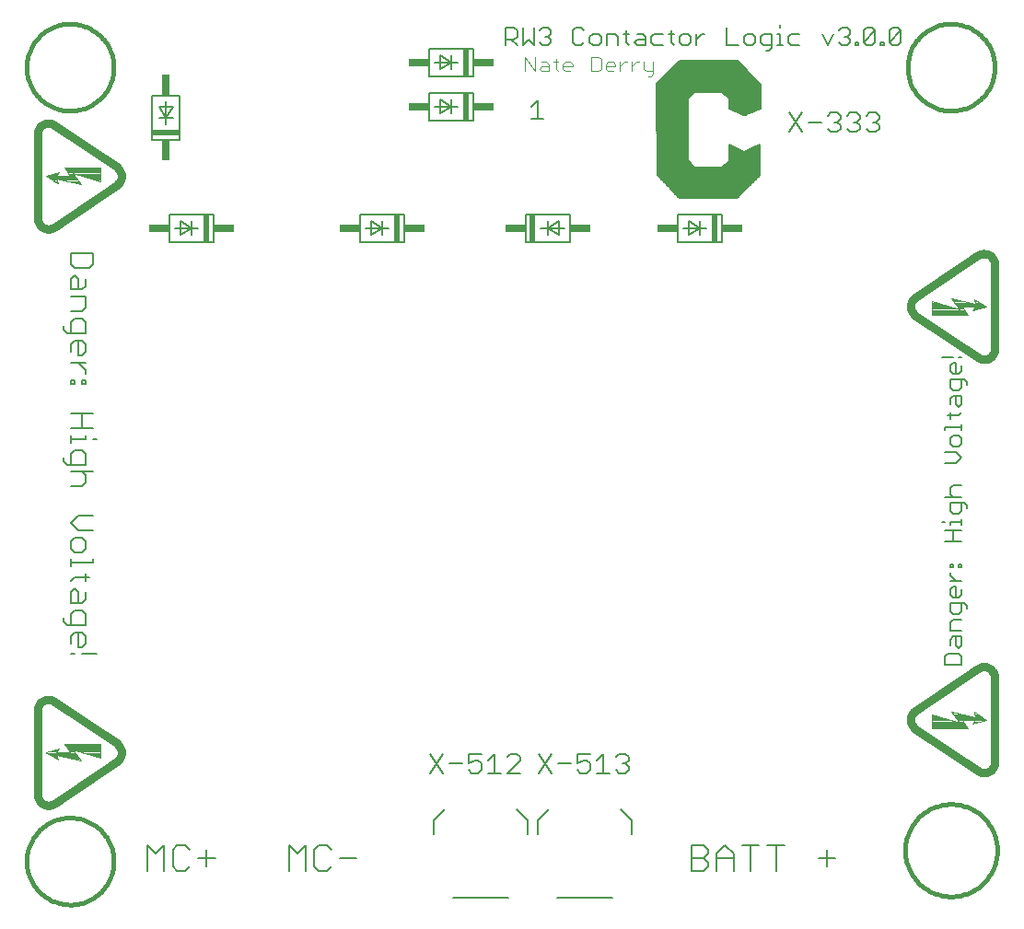
<source format=gto>
G75*
G70*
%OFA0B0*%
%FSLAX24Y24*%
%IPPOS*%
%LPD*%
%AMOC8*
5,1,8,0,0,1.08239X$1,22.5*
%
%ADD10C,0.0080*%
%ADD11C,0.0160*%
%ADD12C,0.0050*%
%ADD13C,0.0060*%
%ADD14C,0.0070*%
%ADD15C,0.0040*%
%ADD16R,0.0200X0.1000*%
%ADD17R,0.0750X0.0300*%
%ADD18R,0.1000X0.0200*%
%ADD19R,0.0300X0.0750*%
%ADD20C,0.0295*%
%ADD21C,0.0039*%
D10*
X004552Y002068D02*
X004552Y002988D01*
X004859Y002682D01*
X005166Y002988D01*
X005166Y002068D01*
X005473Y002221D02*
X005626Y002068D01*
X005933Y002068D01*
X006087Y002221D01*
X006394Y002528D02*
X007007Y002528D01*
X006701Y002835D02*
X006701Y002221D01*
X006087Y002835D02*
X005933Y002988D01*
X005626Y002988D01*
X005473Y002835D01*
X005473Y002221D01*
X009670Y002068D02*
X009670Y002988D01*
X009977Y002682D01*
X010284Y002988D01*
X010284Y002068D01*
X010591Y002221D02*
X010744Y002068D01*
X011051Y002068D01*
X011205Y002221D01*
X011512Y002528D02*
X012126Y002528D01*
X011205Y002835D02*
X011051Y002988D01*
X010744Y002988D01*
X010591Y002835D01*
X010591Y002221D01*
X014914Y003393D02*
X014914Y003893D01*
X015314Y004293D01*
X017914Y004293D02*
X018314Y003893D01*
X018314Y003393D01*
X018682Y003393D02*
X018682Y003893D01*
X019082Y004293D01*
X021682Y004293D02*
X022082Y003893D01*
X022082Y003393D01*
X024237Y002988D02*
X024237Y002068D01*
X024698Y002068D01*
X024851Y002221D01*
X024851Y002375D01*
X024698Y002528D01*
X024237Y002528D01*
X024698Y002528D02*
X024851Y002682D01*
X024851Y002835D01*
X024698Y002988D01*
X024237Y002988D01*
X025158Y002682D02*
X025465Y002988D01*
X025772Y002682D01*
X025772Y002068D01*
X025772Y002528D02*
X025158Y002528D01*
X025158Y002682D02*
X025158Y002068D01*
X026079Y002988D02*
X026692Y002988D01*
X026386Y002988D02*
X026386Y002068D01*
X027306Y002068D02*
X027306Y002988D01*
X026999Y002988D02*
X027613Y002988D01*
X028841Y002528D02*
X029455Y002528D01*
X029148Y002835D02*
X029148Y002221D01*
X021382Y001093D02*
X019382Y001093D01*
X017614Y001093D02*
X015614Y001093D01*
D11*
X000181Y002421D02*
X000183Y002500D01*
X000189Y002579D01*
X000199Y002658D01*
X000213Y002736D01*
X000230Y002813D01*
X000252Y002889D01*
X000277Y002964D01*
X000307Y003037D01*
X000339Y003109D01*
X000376Y003180D01*
X000416Y003248D01*
X000459Y003314D01*
X000505Y003378D01*
X000555Y003440D01*
X000608Y003499D01*
X000663Y003555D01*
X000722Y003609D01*
X000783Y003659D01*
X000846Y003707D01*
X000912Y003751D01*
X000980Y003792D01*
X001050Y003829D01*
X001121Y003863D01*
X001195Y003893D01*
X001269Y003919D01*
X001345Y003941D01*
X001422Y003960D01*
X001500Y003975D01*
X001578Y003986D01*
X001657Y003993D01*
X001736Y003996D01*
X001815Y003995D01*
X001894Y003990D01*
X001973Y003981D01*
X002051Y003968D01*
X002128Y003951D01*
X002205Y003931D01*
X002280Y003906D01*
X002354Y003878D01*
X002427Y003846D01*
X002497Y003811D01*
X002566Y003772D01*
X002633Y003729D01*
X002698Y003683D01*
X002760Y003635D01*
X002820Y003583D01*
X002877Y003528D01*
X002931Y003470D01*
X002982Y003410D01*
X003030Y003347D01*
X003075Y003282D01*
X003117Y003214D01*
X003155Y003145D01*
X003189Y003074D01*
X003220Y003001D01*
X003248Y002926D01*
X003271Y002851D01*
X003291Y002774D01*
X003307Y002697D01*
X003319Y002618D01*
X003327Y002540D01*
X003331Y002461D01*
X003331Y002381D01*
X003327Y002302D01*
X003319Y002224D01*
X003307Y002145D01*
X003291Y002068D01*
X003271Y001991D01*
X003248Y001916D01*
X003220Y001841D01*
X003189Y001768D01*
X003155Y001697D01*
X003117Y001628D01*
X003075Y001560D01*
X003030Y001495D01*
X002982Y001432D01*
X002931Y001372D01*
X002877Y001314D01*
X002820Y001259D01*
X002760Y001207D01*
X002698Y001159D01*
X002633Y001113D01*
X002566Y001070D01*
X002497Y001031D01*
X002427Y000996D01*
X002354Y000964D01*
X002280Y000936D01*
X002205Y000911D01*
X002128Y000891D01*
X002051Y000874D01*
X001973Y000861D01*
X001894Y000852D01*
X001815Y000847D01*
X001736Y000846D01*
X001657Y000849D01*
X001578Y000856D01*
X001500Y000867D01*
X001422Y000882D01*
X001345Y000901D01*
X001269Y000923D01*
X001195Y000949D01*
X001121Y000979D01*
X001050Y001013D01*
X000980Y001050D01*
X000912Y001091D01*
X000846Y001135D01*
X000783Y001183D01*
X000722Y001233D01*
X000663Y001287D01*
X000608Y001343D01*
X000555Y001402D01*
X000505Y001464D01*
X000459Y001528D01*
X000416Y001594D01*
X000376Y001662D01*
X000339Y001733D01*
X000307Y001805D01*
X000277Y001878D01*
X000252Y001953D01*
X000230Y002029D01*
X000213Y002106D01*
X000199Y002184D01*
X000189Y002263D01*
X000183Y002342D01*
X000181Y002421D01*
X000181Y031162D02*
X000183Y031241D01*
X000189Y031320D01*
X000199Y031399D01*
X000213Y031477D01*
X000230Y031554D01*
X000252Y031630D01*
X000277Y031705D01*
X000307Y031778D01*
X000339Y031850D01*
X000376Y031921D01*
X000416Y031989D01*
X000459Y032055D01*
X000505Y032119D01*
X000555Y032181D01*
X000608Y032240D01*
X000663Y032296D01*
X000722Y032350D01*
X000783Y032400D01*
X000846Y032448D01*
X000912Y032492D01*
X000980Y032533D01*
X001050Y032570D01*
X001121Y032604D01*
X001195Y032634D01*
X001269Y032660D01*
X001345Y032682D01*
X001422Y032701D01*
X001500Y032716D01*
X001578Y032727D01*
X001657Y032734D01*
X001736Y032737D01*
X001815Y032736D01*
X001894Y032731D01*
X001973Y032722D01*
X002051Y032709D01*
X002128Y032692D01*
X002205Y032672D01*
X002280Y032647D01*
X002354Y032619D01*
X002427Y032587D01*
X002497Y032552D01*
X002566Y032513D01*
X002633Y032470D01*
X002698Y032424D01*
X002760Y032376D01*
X002820Y032324D01*
X002877Y032269D01*
X002931Y032211D01*
X002982Y032151D01*
X003030Y032088D01*
X003075Y032023D01*
X003117Y031955D01*
X003155Y031886D01*
X003189Y031815D01*
X003220Y031742D01*
X003248Y031667D01*
X003271Y031592D01*
X003291Y031515D01*
X003307Y031438D01*
X003319Y031359D01*
X003327Y031281D01*
X003331Y031202D01*
X003331Y031122D01*
X003327Y031043D01*
X003319Y030965D01*
X003307Y030886D01*
X003291Y030809D01*
X003271Y030732D01*
X003248Y030657D01*
X003220Y030582D01*
X003189Y030509D01*
X003155Y030438D01*
X003117Y030369D01*
X003075Y030301D01*
X003030Y030236D01*
X002982Y030173D01*
X002931Y030113D01*
X002877Y030055D01*
X002820Y030000D01*
X002760Y029948D01*
X002698Y029900D01*
X002633Y029854D01*
X002566Y029811D01*
X002497Y029772D01*
X002427Y029737D01*
X002354Y029705D01*
X002280Y029677D01*
X002205Y029652D01*
X002128Y029632D01*
X002051Y029615D01*
X001973Y029602D01*
X001894Y029593D01*
X001815Y029588D01*
X001736Y029587D01*
X001657Y029590D01*
X001578Y029597D01*
X001500Y029608D01*
X001422Y029623D01*
X001345Y029642D01*
X001269Y029664D01*
X001195Y029690D01*
X001121Y029720D01*
X001050Y029754D01*
X000980Y029791D01*
X000912Y029832D01*
X000846Y029876D01*
X000783Y029924D01*
X000722Y029974D01*
X000663Y030028D01*
X000608Y030084D01*
X000555Y030143D01*
X000505Y030205D01*
X000459Y030269D01*
X000416Y030335D01*
X000376Y030403D01*
X000339Y030474D01*
X000307Y030546D01*
X000277Y030619D01*
X000252Y030694D01*
X000230Y030770D01*
X000213Y030847D01*
X000199Y030925D01*
X000189Y031004D01*
X000183Y031083D01*
X000181Y031162D01*
X032071Y031162D02*
X032073Y031241D01*
X032079Y031320D01*
X032089Y031399D01*
X032103Y031477D01*
X032120Y031554D01*
X032142Y031630D01*
X032167Y031705D01*
X032197Y031778D01*
X032229Y031850D01*
X032266Y031921D01*
X032306Y031989D01*
X032349Y032055D01*
X032395Y032119D01*
X032445Y032181D01*
X032498Y032240D01*
X032553Y032296D01*
X032612Y032350D01*
X032673Y032400D01*
X032736Y032448D01*
X032802Y032492D01*
X032870Y032533D01*
X032940Y032570D01*
X033011Y032604D01*
X033085Y032634D01*
X033159Y032660D01*
X033235Y032682D01*
X033312Y032701D01*
X033390Y032716D01*
X033468Y032727D01*
X033547Y032734D01*
X033626Y032737D01*
X033705Y032736D01*
X033784Y032731D01*
X033863Y032722D01*
X033941Y032709D01*
X034018Y032692D01*
X034095Y032672D01*
X034170Y032647D01*
X034244Y032619D01*
X034317Y032587D01*
X034387Y032552D01*
X034456Y032513D01*
X034523Y032470D01*
X034588Y032424D01*
X034650Y032376D01*
X034710Y032324D01*
X034767Y032269D01*
X034821Y032211D01*
X034872Y032151D01*
X034920Y032088D01*
X034965Y032023D01*
X035007Y031955D01*
X035045Y031886D01*
X035079Y031815D01*
X035110Y031742D01*
X035138Y031667D01*
X035161Y031592D01*
X035181Y031515D01*
X035197Y031438D01*
X035209Y031359D01*
X035217Y031281D01*
X035221Y031202D01*
X035221Y031122D01*
X035217Y031043D01*
X035209Y030965D01*
X035197Y030886D01*
X035181Y030809D01*
X035161Y030732D01*
X035138Y030657D01*
X035110Y030582D01*
X035079Y030509D01*
X035045Y030438D01*
X035007Y030369D01*
X034965Y030301D01*
X034920Y030236D01*
X034872Y030173D01*
X034821Y030113D01*
X034767Y030055D01*
X034710Y030000D01*
X034650Y029948D01*
X034588Y029900D01*
X034523Y029854D01*
X034456Y029811D01*
X034387Y029772D01*
X034317Y029737D01*
X034244Y029705D01*
X034170Y029677D01*
X034095Y029652D01*
X034018Y029632D01*
X033941Y029615D01*
X033863Y029602D01*
X033784Y029593D01*
X033705Y029588D01*
X033626Y029587D01*
X033547Y029590D01*
X033468Y029597D01*
X033390Y029608D01*
X033312Y029623D01*
X033235Y029642D01*
X033159Y029664D01*
X033085Y029690D01*
X033011Y029720D01*
X032940Y029754D01*
X032870Y029791D01*
X032802Y029832D01*
X032736Y029876D01*
X032673Y029924D01*
X032612Y029974D01*
X032553Y030028D01*
X032498Y030084D01*
X032445Y030143D01*
X032395Y030205D01*
X032349Y030269D01*
X032306Y030335D01*
X032266Y030403D01*
X032229Y030474D01*
X032197Y030546D01*
X032167Y030619D01*
X032142Y030694D01*
X032120Y030770D01*
X032103Y030847D01*
X032089Y030925D01*
X032079Y031004D01*
X032073Y031083D01*
X032071Y031162D01*
X031976Y002815D02*
X031978Y002897D01*
X031984Y002979D01*
X031994Y003060D01*
X032008Y003141D01*
X032026Y003221D01*
X032048Y003300D01*
X032074Y003378D01*
X032103Y003454D01*
X032136Y003529D01*
X032173Y003602D01*
X032214Y003674D01*
X032257Y003743D01*
X032305Y003810D01*
X032355Y003874D01*
X032409Y003937D01*
X032465Y003996D01*
X032524Y004052D01*
X032587Y004106D01*
X032651Y004156D01*
X032718Y004204D01*
X032787Y004247D01*
X032859Y004288D01*
X032932Y004325D01*
X033007Y004358D01*
X033083Y004387D01*
X033161Y004413D01*
X033240Y004435D01*
X033320Y004453D01*
X033401Y004467D01*
X033482Y004477D01*
X033564Y004483D01*
X033646Y004485D01*
X033728Y004483D01*
X033810Y004477D01*
X033891Y004467D01*
X033972Y004453D01*
X034052Y004435D01*
X034131Y004413D01*
X034209Y004387D01*
X034285Y004358D01*
X034360Y004325D01*
X034433Y004288D01*
X034505Y004247D01*
X034574Y004204D01*
X034641Y004156D01*
X034705Y004106D01*
X034768Y004052D01*
X034827Y003996D01*
X034883Y003937D01*
X034937Y003874D01*
X034987Y003810D01*
X035035Y003743D01*
X035078Y003674D01*
X035119Y003602D01*
X035156Y003529D01*
X035189Y003454D01*
X035218Y003378D01*
X035244Y003300D01*
X035266Y003221D01*
X035284Y003141D01*
X035298Y003060D01*
X035308Y002979D01*
X035314Y002897D01*
X035316Y002815D01*
X035314Y002733D01*
X035308Y002651D01*
X035298Y002570D01*
X035284Y002489D01*
X035266Y002409D01*
X035244Y002330D01*
X035218Y002252D01*
X035189Y002176D01*
X035156Y002101D01*
X035119Y002028D01*
X035078Y001956D01*
X035035Y001887D01*
X034987Y001820D01*
X034937Y001756D01*
X034883Y001693D01*
X034827Y001634D01*
X034768Y001578D01*
X034705Y001524D01*
X034641Y001474D01*
X034574Y001426D01*
X034505Y001383D01*
X034433Y001342D01*
X034360Y001305D01*
X034285Y001272D01*
X034209Y001243D01*
X034131Y001217D01*
X034052Y001195D01*
X033972Y001177D01*
X033891Y001163D01*
X033810Y001153D01*
X033728Y001147D01*
X033646Y001145D01*
X033564Y001147D01*
X033482Y001153D01*
X033401Y001163D01*
X033320Y001177D01*
X033240Y001195D01*
X033161Y001217D01*
X033083Y001243D01*
X033007Y001272D01*
X032932Y001305D01*
X032859Y001342D01*
X032787Y001383D01*
X032718Y001426D01*
X032651Y001474D01*
X032587Y001524D01*
X032524Y001578D01*
X032465Y001634D01*
X032409Y001693D01*
X032355Y001756D01*
X032305Y001820D01*
X032257Y001887D01*
X032214Y001956D01*
X032173Y002028D01*
X032136Y002101D01*
X032103Y002176D01*
X032074Y002252D01*
X032048Y002330D01*
X032026Y002409D01*
X032008Y002489D01*
X031994Y002570D01*
X031984Y002651D01*
X031978Y002733D01*
X031976Y002815D01*
D12*
X033404Y009533D02*
X033404Y009838D01*
X033506Y009940D01*
X033913Y009940D01*
X034015Y009838D01*
X034015Y009533D01*
X033404Y009533D01*
X033913Y010141D02*
X033811Y010242D01*
X033811Y010548D01*
X033709Y010548D02*
X034015Y010548D01*
X034015Y010242D01*
X033913Y010141D01*
X033608Y010242D02*
X033608Y010446D01*
X033709Y010548D01*
X033608Y010748D02*
X033608Y011054D01*
X033709Y011155D01*
X034015Y011155D01*
X033913Y011356D02*
X033709Y011356D01*
X033608Y011458D01*
X033608Y011763D01*
X034116Y011763D01*
X034218Y011661D01*
X034218Y011560D01*
X034015Y011458D02*
X034015Y011763D01*
X033913Y011964D02*
X033709Y011964D01*
X033608Y012066D01*
X033608Y012269D01*
X033709Y012371D01*
X033811Y012371D01*
X033811Y011964D01*
X033913Y011964D02*
X034015Y012066D01*
X034015Y012269D01*
X034015Y012572D02*
X033608Y012572D01*
X033608Y012775D02*
X033608Y012877D01*
X033608Y012775D02*
X033811Y012572D01*
X033709Y013078D02*
X033608Y013078D01*
X033608Y013180D01*
X033709Y013180D01*
X033709Y013078D01*
X033913Y013078D02*
X033913Y013180D01*
X034015Y013180D01*
X034015Y013078D01*
X033913Y013078D01*
X034015Y013990D02*
X033404Y013990D01*
X033709Y013990D02*
X033709Y014397D01*
X033608Y014597D02*
X033608Y014699D01*
X034015Y014699D01*
X034015Y014597D02*
X034015Y014801D01*
X033913Y015002D02*
X033709Y015002D01*
X033608Y015104D01*
X033608Y015409D01*
X034116Y015409D01*
X034218Y015308D01*
X034218Y015206D01*
X034015Y015104D02*
X034015Y015409D01*
X034015Y015610D02*
X033404Y015610D01*
X033608Y015712D02*
X033608Y015915D01*
X033709Y016017D01*
X034015Y016017D01*
X033608Y015712D02*
X033709Y015610D01*
X034015Y015104D02*
X033913Y015002D01*
X033404Y014699D02*
X033302Y014699D01*
X033404Y014397D02*
X034015Y014397D01*
X033811Y016826D02*
X033404Y016826D01*
X033404Y017233D02*
X033811Y017233D01*
X034015Y017029D01*
X033811Y016826D01*
X033709Y017433D02*
X033913Y017433D01*
X034015Y017535D01*
X034015Y017739D01*
X033913Y017840D01*
X033709Y017840D01*
X033608Y017739D01*
X033608Y017535D01*
X033709Y017433D01*
X033404Y018041D02*
X033404Y018143D01*
X034015Y018143D01*
X034015Y018041D02*
X034015Y018245D01*
X033913Y018548D02*
X033506Y018548D01*
X033608Y018446D02*
X033608Y018650D01*
X033608Y018953D02*
X033608Y019156D01*
X033709Y019258D01*
X034015Y019258D01*
X034015Y018953D01*
X033913Y018851D01*
X033811Y018953D01*
X033811Y019258D01*
X033709Y019459D02*
X033913Y019459D01*
X034015Y019561D01*
X034015Y019866D01*
X034116Y019866D02*
X033608Y019866D01*
X033608Y019561D01*
X033709Y019459D01*
X034116Y019866D02*
X034218Y019764D01*
X034218Y019662D01*
X033913Y020067D02*
X033709Y020067D01*
X033608Y020168D01*
X033608Y020372D01*
X033709Y020474D01*
X033811Y020474D01*
X033811Y020067D01*
X033913Y020067D02*
X034015Y020168D01*
X034015Y020372D01*
X034015Y020674D02*
X033913Y020674D01*
X033709Y020674D02*
X033302Y020674D01*
X034015Y018650D02*
X033913Y018548D01*
X034015Y011458D02*
X033913Y011356D01*
X034015Y010748D02*
X033608Y010748D01*
X025886Y026427D02*
X023806Y026427D01*
X023006Y027277D01*
X022996Y030577D01*
X023816Y031397D01*
X025916Y031397D01*
X026736Y030547D01*
X026736Y029667D01*
X026166Y029417D01*
X025606Y029677D01*
X025606Y030047D01*
X025366Y030277D01*
X024366Y030277D01*
X024126Y030047D01*
X024126Y027787D01*
X024366Y027547D01*
X025366Y027547D01*
X025606Y027777D01*
X025606Y028367D01*
X026166Y028087D01*
X026726Y028367D01*
X026726Y027257D01*
X025886Y026427D01*
X025888Y026429D02*
X023804Y026429D01*
X023759Y026477D02*
X025937Y026477D01*
X025986Y026526D02*
X023713Y026526D01*
X023667Y026575D02*
X026035Y026575D01*
X026084Y026623D02*
X023622Y026623D01*
X023576Y026672D02*
X026134Y026672D01*
X026183Y026720D02*
X023530Y026720D01*
X023485Y026769D02*
X026232Y026769D01*
X026281Y026817D02*
X023439Y026817D01*
X023393Y026866D02*
X026330Y026866D01*
X026379Y026914D02*
X023348Y026914D01*
X023302Y026963D02*
X026428Y026963D01*
X026477Y027011D02*
X023256Y027011D01*
X023210Y027060D02*
X026527Y027060D01*
X026576Y027109D02*
X023165Y027109D01*
X023119Y027157D02*
X026625Y027157D01*
X026674Y027206D02*
X023073Y027206D01*
X023028Y027254D02*
X026723Y027254D01*
X026726Y027303D02*
X023006Y027303D01*
X023006Y027351D02*
X026726Y027351D01*
X026726Y027400D02*
X023006Y027400D01*
X023006Y027448D02*
X026726Y027448D01*
X026726Y027497D02*
X023005Y027497D01*
X023005Y027545D02*
X026726Y027545D01*
X026726Y027594D02*
X025415Y027594D01*
X025466Y027643D02*
X026726Y027643D01*
X026726Y027691D02*
X025516Y027691D01*
X025567Y027740D02*
X026726Y027740D01*
X026726Y027788D02*
X025606Y027788D01*
X025606Y027837D02*
X026726Y027837D01*
X026726Y027885D02*
X025606Y027885D01*
X025606Y027934D02*
X026726Y027934D01*
X026726Y027982D02*
X025606Y027982D01*
X025606Y028031D02*
X026726Y028031D01*
X026726Y028079D02*
X025606Y028079D01*
X025606Y028128D02*
X026084Y028128D01*
X025987Y028176D02*
X025606Y028176D01*
X025606Y028225D02*
X025890Y028225D01*
X025793Y028274D02*
X025606Y028274D01*
X025606Y028322D02*
X025696Y028322D01*
X026248Y028128D02*
X026726Y028128D01*
X026726Y028176D02*
X026345Y028176D01*
X026442Y028225D02*
X026726Y028225D01*
X026726Y028274D02*
X026539Y028274D01*
X026636Y028322D02*
X026726Y028322D01*
X026215Y029439D02*
X026120Y029439D01*
X026015Y029487D02*
X026326Y029487D01*
X026436Y029536D02*
X025911Y029536D01*
X025806Y029584D02*
X026547Y029584D01*
X026658Y029633D02*
X025702Y029633D01*
X025606Y029681D02*
X026736Y029681D01*
X026736Y029730D02*
X025606Y029730D01*
X025606Y029778D02*
X026736Y029778D01*
X026736Y029827D02*
X025606Y029827D01*
X025606Y029876D02*
X026736Y029876D01*
X026736Y029924D02*
X025606Y029924D01*
X025606Y029973D02*
X026736Y029973D01*
X026736Y030021D02*
X025606Y030021D01*
X025583Y030070D02*
X026736Y030070D01*
X026736Y030118D02*
X025532Y030118D01*
X025481Y030167D02*
X026736Y030167D01*
X026736Y030215D02*
X025431Y030215D01*
X025380Y030264D02*
X026736Y030264D01*
X026736Y030312D02*
X022997Y030312D01*
X022997Y030264D02*
X024352Y030264D01*
X024302Y030215D02*
X022997Y030215D01*
X022997Y030167D02*
X024251Y030167D01*
X024200Y030118D02*
X022997Y030118D01*
X022998Y030070D02*
X024150Y030070D01*
X024126Y030021D02*
X022998Y030021D01*
X022998Y029973D02*
X024126Y029973D01*
X024126Y029924D02*
X022998Y029924D01*
X022998Y029876D02*
X024126Y029876D01*
X024126Y029827D02*
X022998Y029827D01*
X022999Y029778D02*
X024126Y029778D01*
X024126Y029730D02*
X022999Y029730D01*
X022999Y029681D02*
X024126Y029681D01*
X024126Y029633D02*
X022999Y029633D01*
X022999Y029584D02*
X024126Y029584D01*
X024126Y029536D02*
X022999Y029536D01*
X022999Y029487D02*
X024126Y029487D01*
X024126Y029439D02*
X023000Y029439D01*
X023000Y029390D02*
X024126Y029390D01*
X024126Y029342D02*
X023000Y029342D01*
X023000Y029293D02*
X024126Y029293D01*
X024126Y029244D02*
X023000Y029244D01*
X023000Y029196D02*
X024126Y029196D01*
X024126Y029147D02*
X023000Y029147D01*
X023001Y029099D02*
X024126Y029099D01*
X024126Y029050D02*
X023001Y029050D01*
X023001Y029002D02*
X024126Y029002D01*
X024126Y028953D02*
X023001Y028953D01*
X023001Y028905D02*
X024126Y028905D01*
X024126Y028856D02*
X023001Y028856D01*
X023001Y028808D02*
X024126Y028808D01*
X024126Y028759D02*
X023002Y028759D01*
X023002Y028710D02*
X024126Y028710D01*
X024126Y028662D02*
X023002Y028662D01*
X023002Y028613D02*
X024126Y028613D01*
X024126Y028565D02*
X023002Y028565D01*
X023002Y028516D02*
X024126Y028516D01*
X024126Y028468D02*
X023002Y028468D01*
X023003Y028419D02*
X024126Y028419D01*
X024126Y028371D02*
X023003Y028371D01*
X023003Y028322D02*
X024126Y028322D01*
X024126Y028274D02*
X023003Y028274D01*
X023003Y028225D02*
X024126Y028225D01*
X024126Y028176D02*
X023003Y028176D01*
X023004Y028128D02*
X024126Y028128D01*
X024126Y028079D02*
X023004Y028079D01*
X023004Y028031D02*
X024126Y028031D01*
X024126Y027982D02*
X023004Y027982D01*
X023004Y027934D02*
X024126Y027934D01*
X024126Y027885D02*
X023004Y027885D01*
X023004Y027837D02*
X024126Y027837D01*
X024126Y027788D02*
X023005Y027788D01*
X023005Y027740D02*
X024174Y027740D01*
X024222Y027691D02*
X023005Y027691D01*
X023005Y027643D02*
X024271Y027643D01*
X024319Y027594D02*
X023005Y027594D01*
X022997Y030361D02*
X026736Y030361D01*
X026736Y030409D02*
X022997Y030409D01*
X022996Y030458D02*
X026736Y030458D01*
X026736Y030507D02*
X022996Y030507D01*
X022996Y030555D02*
X026728Y030555D01*
X026682Y030604D02*
X023023Y030604D01*
X023071Y030652D02*
X026635Y030652D01*
X026588Y030701D02*
X023120Y030701D01*
X023168Y030749D02*
X026541Y030749D01*
X026494Y030798D02*
X023217Y030798D01*
X023265Y030846D02*
X026447Y030846D01*
X026401Y030895D02*
X023314Y030895D01*
X023362Y030943D02*
X026354Y030943D01*
X026307Y030992D02*
X023411Y030992D01*
X023459Y031041D02*
X026260Y031041D01*
X026213Y031089D02*
X023508Y031089D01*
X023557Y031138D02*
X026166Y031138D01*
X026120Y031186D02*
X023605Y031186D01*
X023654Y031235D02*
X026073Y031235D01*
X026026Y031283D02*
X023702Y031283D01*
X023751Y031332D02*
X025979Y031332D01*
X025932Y031380D02*
X023799Y031380D01*
X023911Y031974D02*
X023809Y032076D01*
X023809Y032279D01*
X023911Y032381D01*
X024114Y032381D01*
X024216Y032279D01*
X024216Y032076D01*
X024114Y031974D01*
X023911Y031974D01*
X023607Y031974D02*
X023506Y032076D01*
X023506Y032483D01*
X023607Y032381D02*
X023404Y032381D01*
X023203Y032381D02*
X022898Y032381D01*
X022796Y032279D01*
X022796Y032076D01*
X022898Y031974D01*
X023203Y031974D01*
X022595Y031974D02*
X022290Y031974D01*
X022188Y032076D01*
X022290Y032177D01*
X022595Y032177D01*
X022595Y032279D02*
X022595Y031974D01*
X022595Y032279D02*
X022494Y032381D01*
X022290Y032381D01*
X021987Y032381D02*
X021783Y032381D01*
X021885Y032483D02*
X021885Y032076D01*
X021987Y031974D01*
X021583Y031974D02*
X021583Y032279D01*
X021481Y032381D01*
X021176Y032381D01*
X021176Y031974D01*
X020975Y032076D02*
X020975Y032279D01*
X020873Y032381D01*
X020670Y032381D01*
X020568Y032279D01*
X020568Y032076D01*
X020670Y031974D01*
X020873Y031974D01*
X020975Y032076D01*
X020367Y032076D02*
X020265Y031974D01*
X020062Y031974D01*
X019960Y032076D01*
X019960Y032483D01*
X020062Y032584D01*
X020265Y032584D01*
X020367Y032483D01*
X019152Y032483D02*
X019152Y032381D01*
X019050Y032279D01*
X019152Y032177D01*
X019152Y032076D01*
X019050Y031974D01*
X018846Y031974D01*
X018745Y032076D01*
X018544Y031974D02*
X018544Y032584D01*
X018745Y032483D02*
X018846Y032584D01*
X019050Y032584D01*
X019152Y032483D01*
X019050Y032279D02*
X018948Y032279D01*
X018544Y031974D02*
X018340Y032177D01*
X018137Y031974D01*
X018137Y032584D01*
X017936Y032483D02*
X017936Y032279D01*
X017834Y032177D01*
X017529Y032177D01*
X017529Y031974D02*
X017529Y032584D01*
X017834Y032584D01*
X017936Y032483D01*
X017733Y032177D02*
X017936Y031974D01*
X024417Y031974D02*
X024417Y032381D01*
X024620Y032381D02*
X024417Y032177D01*
X024620Y032381D02*
X024722Y032381D01*
X025531Y032584D02*
X025531Y031974D01*
X025938Y031974D01*
X026139Y032076D02*
X026139Y032279D01*
X026240Y032381D01*
X026444Y032381D01*
X026546Y032279D01*
X026546Y032076D01*
X026444Y031974D01*
X026240Y031974D01*
X026139Y032076D01*
X026746Y032076D02*
X026848Y031974D01*
X027153Y031974D01*
X027153Y031872D02*
X027153Y032381D01*
X026848Y032381D01*
X026746Y032279D01*
X026746Y032076D01*
X026950Y031770D02*
X027051Y031770D01*
X027153Y031872D01*
X027354Y031974D02*
X027557Y031974D01*
X027456Y031974D02*
X027456Y032381D01*
X027354Y032381D01*
X027456Y032584D02*
X027456Y032686D01*
X027861Y032381D02*
X027759Y032279D01*
X027759Y032076D01*
X027861Y031974D01*
X028166Y031974D01*
X028166Y032381D02*
X027861Y032381D01*
X028974Y032381D02*
X029178Y031974D01*
X029381Y032381D01*
X029582Y032483D02*
X029684Y032584D01*
X029887Y032584D01*
X029989Y032483D01*
X029989Y032381D01*
X029887Y032279D01*
X029989Y032177D01*
X029989Y032076D01*
X029887Y031974D01*
X029684Y031974D01*
X029582Y032076D01*
X029786Y032279D02*
X029887Y032279D01*
X030190Y032076D02*
X030292Y032076D01*
X030292Y031974D01*
X030190Y031974D01*
X030190Y032076D01*
X030494Y032076D02*
X030494Y032483D01*
X030596Y032584D01*
X030799Y032584D01*
X030901Y032483D01*
X030494Y032076D01*
X030596Y031974D01*
X030799Y031974D01*
X030901Y032076D01*
X030901Y032483D01*
X031101Y032076D02*
X031203Y032076D01*
X031203Y031974D01*
X031101Y031974D01*
X031101Y032076D01*
X031405Y032076D02*
X031405Y032483D01*
X031507Y032584D01*
X031711Y032584D01*
X031812Y032483D01*
X031405Y032076D01*
X031507Y031974D01*
X031711Y031974D01*
X031812Y032076D01*
X031812Y032483D01*
D13*
X030920Y029530D02*
X031037Y029413D01*
X031037Y029296D01*
X030920Y029180D01*
X031037Y029063D01*
X031037Y028946D01*
X030920Y028829D01*
X030686Y028829D01*
X030570Y028946D01*
X030337Y028946D02*
X030220Y028829D01*
X029986Y028829D01*
X029870Y028946D01*
X029637Y028946D02*
X029520Y028829D01*
X029287Y028829D01*
X029170Y028946D01*
X028937Y029180D02*
X028470Y029180D01*
X028238Y029530D02*
X027770Y028829D01*
X028238Y028829D02*
X027770Y029530D01*
X029170Y029413D02*
X029287Y029530D01*
X029520Y029530D01*
X029637Y029413D01*
X029637Y029296D01*
X029520Y029180D01*
X029637Y029063D01*
X029637Y028946D01*
X029520Y029180D02*
X029404Y029180D01*
X029870Y029413D02*
X029986Y029530D01*
X030220Y029530D01*
X030337Y029413D01*
X030337Y029296D01*
X030220Y029180D01*
X030337Y029063D01*
X030337Y028946D01*
X030220Y029180D02*
X030103Y029180D01*
X030570Y029413D02*
X030686Y029530D01*
X030920Y029530D01*
X030920Y029180D02*
X030803Y029180D01*
X025344Y025847D02*
X025344Y024847D01*
X023744Y024847D01*
X023744Y025847D01*
X025344Y025847D01*
X024794Y025347D02*
X024544Y025347D01*
X024544Y025597D01*
X024544Y025347D02*
X024144Y025097D01*
X024144Y025597D01*
X024544Y025347D01*
X024544Y025097D01*
X024544Y025347D02*
X023944Y025347D01*
X019844Y024847D02*
X019844Y025847D01*
X018244Y025847D01*
X018244Y024847D01*
X019844Y024847D01*
X019444Y025097D02*
X019044Y025347D01*
X019044Y025097D01*
X019044Y025347D02*
X019044Y025597D01*
X019044Y025347D02*
X018794Y025347D01*
X019044Y025347D02*
X019444Y025597D01*
X019444Y025097D01*
X019644Y025347D02*
X019044Y025347D01*
X018892Y029310D02*
X018465Y029310D01*
X018678Y029310D02*
X018678Y029951D01*
X018465Y029737D01*
X016344Y029240D02*
X016344Y030240D01*
X014744Y030240D01*
X014744Y029240D01*
X016344Y029240D01*
X015794Y029740D02*
X015544Y029740D01*
X015544Y029990D01*
X015544Y029740D02*
X015544Y029490D01*
X015544Y029740D02*
X015144Y029490D01*
X015144Y029990D01*
X015544Y029740D01*
X014944Y029740D01*
X014744Y030847D02*
X016344Y030847D01*
X016344Y031847D01*
X014744Y031847D01*
X014744Y030847D01*
X015144Y031097D02*
X015544Y031347D01*
X015544Y031597D01*
X015544Y031347D02*
X015544Y031097D01*
X015544Y031347D02*
X015144Y031597D01*
X015144Y031097D01*
X014944Y031347D02*
X015544Y031347D01*
X015794Y031347D01*
X013844Y025847D02*
X012244Y025847D01*
X012244Y024847D01*
X013844Y024847D01*
X013844Y025847D01*
X013294Y025347D02*
X013044Y025347D01*
X013044Y025597D01*
X013044Y025347D02*
X012644Y025097D01*
X012644Y025597D01*
X013044Y025347D01*
X013044Y025097D01*
X013044Y025347D02*
X012444Y025347D01*
X006950Y024847D02*
X006950Y025847D01*
X005350Y025847D01*
X005350Y024847D01*
X006950Y024847D01*
X006400Y025347D02*
X006150Y025347D01*
X006150Y025597D01*
X006150Y025347D02*
X005750Y025097D01*
X005750Y025597D01*
X006150Y025347D01*
X006150Y025097D01*
X006150Y025347D02*
X005550Y025347D01*
X005725Y028547D02*
X004725Y028547D01*
X004725Y030147D01*
X005725Y030147D01*
X005725Y028547D01*
X005225Y029097D02*
X005225Y029347D01*
X005475Y029347D01*
X005225Y029347D02*
X005225Y029947D01*
X005475Y029747D02*
X005225Y029347D01*
X004975Y029347D01*
X005225Y029347D02*
X004975Y029747D01*
X005475Y029747D01*
X014778Y006302D02*
X015245Y005601D01*
X015478Y005951D02*
X015945Y005951D01*
X016178Y005951D02*
X016178Y006302D01*
X016645Y006302D01*
X016528Y006068D02*
X016645Y005951D01*
X016645Y005718D01*
X016528Y005601D01*
X016295Y005601D01*
X016178Y005718D01*
X016178Y005951D02*
X016411Y006068D01*
X016528Y006068D01*
X016878Y006068D02*
X017111Y006302D01*
X017111Y005601D01*
X016878Y005601D02*
X017345Y005601D01*
X017577Y005601D02*
X018044Y006068D01*
X018044Y006185D01*
X017928Y006302D01*
X017694Y006302D01*
X017577Y006185D01*
X017577Y005601D02*
X018044Y005601D01*
X018715Y005601D02*
X019182Y006302D01*
X019415Y005951D02*
X019882Y005951D01*
X020115Y005951D02*
X020115Y006302D01*
X020582Y006302D01*
X020465Y006068D02*
X020582Y005951D01*
X020582Y005718D01*
X020465Y005601D01*
X020232Y005601D01*
X020115Y005718D01*
X020115Y005951D02*
X020348Y006068D01*
X020465Y006068D01*
X020815Y006068D02*
X021048Y006302D01*
X021048Y005601D01*
X020815Y005601D02*
X021282Y005601D01*
X021514Y005718D02*
X021631Y005601D01*
X021865Y005601D01*
X021981Y005718D01*
X021981Y005835D01*
X021865Y005951D01*
X021748Y005951D01*
X021865Y005951D02*
X021981Y006068D01*
X021981Y006185D01*
X021865Y006302D01*
X021631Y006302D01*
X021514Y006185D01*
X019182Y005601D02*
X018715Y006302D01*
X015245Y006302D02*
X014778Y005601D01*
D14*
X002714Y009916D02*
X002187Y009916D01*
X001923Y009916D02*
X001791Y009916D01*
X002055Y010181D02*
X002055Y010708D01*
X001923Y010708D02*
X002187Y010708D01*
X002318Y010576D01*
X002318Y010313D01*
X002187Y010181D01*
X002055Y010181D01*
X001791Y010313D02*
X001791Y010576D01*
X001923Y010708D01*
X001791Y010973D02*
X001791Y011368D01*
X001923Y011500D01*
X002187Y011500D01*
X002318Y011368D01*
X002318Y010973D01*
X001659Y010973D01*
X001528Y011105D01*
X001528Y011237D01*
X001791Y011765D02*
X001791Y012160D01*
X001923Y012292D01*
X002055Y012160D01*
X002055Y011765D01*
X002187Y011765D02*
X001791Y011765D01*
X002187Y011765D02*
X002318Y011897D01*
X002318Y012160D01*
X002318Y012556D02*
X002318Y012820D01*
X002450Y012688D02*
X001923Y012688D01*
X001791Y012556D01*
X001791Y013084D02*
X001791Y013348D01*
X001791Y013216D02*
X002582Y013216D01*
X002582Y013348D01*
X002187Y013613D02*
X002318Y013744D01*
X002318Y014008D01*
X002187Y014140D01*
X001923Y014140D01*
X001791Y014008D01*
X001791Y013744D01*
X001923Y013613D01*
X002187Y013613D01*
X002055Y014404D02*
X002582Y014404D01*
X002055Y014404D02*
X001791Y014668D01*
X002055Y014931D01*
X002582Y014931D01*
X002187Y015988D02*
X001791Y015988D01*
X002187Y015988D02*
X002318Y016120D01*
X002318Y016383D01*
X002187Y016515D01*
X002318Y016780D02*
X002318Y017175D01*
X002187Y017307D01*
X001923Y017307D01*
X001791Y017175D01*
X001791Y016780D01*
X001659Y016780D02*
X001528Y016912D01*
X001528Y017043D01*
X001659Y016780D02*
X002318Y016780D01*
X002582Y016515D02*
X001791Y016515D01*
X001791Y017571D02*
X001791Y017835D01*
X001791Y017703D02*
X002318Y017703D01*
X002318Y017835D01*
X002582Y017703D02*
X002714Y017703D01*
X002582Y018100D02*
X001791Y018100D01*
X002187Y018100D02*
X002187Y018627D01*
X002582Y018627D02*
X001791Y018627D01*
X001791Y019683D02*
X001791Y019815D01*
X001923Y019815D01*
X001923Y019683D01*
X001791Y019683D01*
X002187Y019683D02*
X002187Y019815D01*
X002318Y019815D01*
X002318Y019683D01*
X002187Y019683D01*
X002318Y020079D02*
X002318Y020211D01*
X002055Y020474D01*
X002318Y020474D02*
X001791Y020474D01*
X002055Y020739D02*
X002055Y021266D01*
X001923Y021266D02*
X002187Y021266D01*
X002318Y021134D01*
X002318Y020871D01*
X002187Y020739D01*
X002055Y020739D01*
X001791Y020871D02*
X001791Y021134D01*
X001923Y021266D01*
X001791Y021531D02*
X001791Y021926D01*
X001923Y022058D01*
X002187Y022058D01*
X002318Y021926D01*
X002318Y021531D01*
X001659Y021531D01*
X001528Y021663D01*
X001528Y021795D01*
X001791Y022323D02*
X002187Y022323D01*
X002318Y022455D01*
X002318Y022850D01*
X001791Y022850D01*
X001791Y023115D02*
X001791Y023510D01*
X001923Y023642D01*
X002055Y023510D01*
X002055Y023115D01*
X002187Y023115D02*
X001791Y023115D01*
X002187Y023115D02*
X002318Y023246D01*
X002318Y023510D01*
X002450Y023907D02*
X001923Y023907D01*
X001791Y024038D01*
X001791Y024434D01*
X002582Y024434D01*
X002582Y024038D01*
X002450Y023907D01*
D15*
X018223Y031015D02*
X018223Y031536D01*
X018570Y031015D01*
X018570Y031536D01*
X018826Y031362D02*
X018999Y031362D01*
X019086Y031275D01*
X019086Y031015D01*
X018826Y031015D01*
X018739Y031102D01*
X018826Y031189D01*
X019086Y031189D01*
X019255Y031362D02*
X019428Y031362D01*
X019341Y031449D02*
X019341Y031102D01*
X019428Y031015D01*
X019598Y031102D02*
X019598Y031275D01*
X019685Y031362D01*
X019859Y031362D01*
X019945Y031275D01*
X019945Y031189D01*
X019598Y031189D01*
X019598Y031102D02*
X019685Y031015D01*
X019859Y031015D01*
X020630Y031015D02*
X020890Y031015D01*
X020977Y031102D01*
X020977Y031449D01*
X020890Y031536D01*
X020630Y031536D01*
X020630Y031015D01*
X021145Y031102D02*
X021145Y031275D01*
X021232Y031362D01*
X021406Y031362D01*
X021492Y031275D01*
X021492Y031189D01*
X021145Y031189D01*
X021145Y031102D02*
X021232Y031015D01*
X021406Y031015D01*
X021661Y031015D02*
X021661Y031362D01*
X021661Y031189D02*
X021834Y031362D01*
X021921Y031362D01*
X022091Y031362D02*
X022091Y031015D01*
X022091Y031189D02*
X022264Y031362D01*
X022351Y031362D01*
X022520Y031362D02*
X022520Y031102D01*
X022607Y031015D01*
X022867Y031015D01*
X022867Y030929D02*
X022781Y030842D01*
X022694Y030842D01*
X022867Y030929D02*
X022867Y031362D01*
D16*
X025094Y025347D03*
X018494Y025347D03*
X013594Y025347D03*
X016094Y029740D03*
X016094Y031347D03*
X006700Y025347D03*
D17*
X007325Y025347D03*
X004975Y025347D03*
X011869Y025347D03*
X014219Y025347D03*
X017869Y025347D03*
X020219Y025347D03*
X023369Y025347D03*
X025719Y025347D03*
X016719Y029740D03*
X016719Y031347D03*
X014369Y031347D03*
X014369Y029740D03*
D18*
X005225Y028797D03*
D19*
X005225Y028172D03*
X005225Y030522D03*
D20*
X003440Y027551D02*
X001189Y029073D01*
X001190Y029073D02*
X001157Y029093D01*
X001122Y029110D01*
X001085Y029123D01*
X001048Y029133D01*
X001009Y029139D01*
X000971Y029141D01*
X000932Y029139D01*
X000894Y029134D01*
X000856Y029124D01*
X000819Y029111D01*
X000784Y029095D01*
X000751Y029075D01*
X000720Y029052D01*
X000691Y029026D01*
X000665Y028998D01*
X000642Y028966D01*
X000622Y028933D01*
X000605Y028898D01*
X000592Y028862D01*
X000583Y028824D01*
X000577Y028786D01*
X000575Y028747D01*
X000575Y025702D01*
X000577Y025663D01*
X000583Y025625D01*
X000592Y025587D01*
X000605Y025551D01*
X000622Y025516D01*
X000642Y025483D01*
X000665Y025451D01*
X000691Y025423D01*
X000720Y025397D01*
X000751Y025374D01*
X000784Y025354D01*
X000819Y025338D01*
X000856Y025325D01*
X000894Y025315D01*
X000932Y025310D01*
X000971Y025308D01*
X001009Y025310D01*
X001048Y025316D01*
X001085Y025326D01*
X001122Y025339D01*
X001157Y025356D01*
X001190Y025376D01*
X001189Y025376D02*
X003440Y026898D01*
X003440Y026899D02*
X003471Y026922D01*
X003499Y026948D01*
X003525Y026976D01*
X003547Y027007D01*
X003567Y027040D01*
X003583Y027075D01*
X003596Y027111D01*
X003606Y027149D01*
X003611Y027187D01*
X003613Y027225D01*
X003611Y027263D01*
X003606Y027301D01*
X003596Y027339D01*
X003583Y027375D01*
X003567Y027410D01*
X003547Y027443D01*
X003525Y027474D01*
X003499Y027502D01*
X003471Y027528D01*
X003440Y027551D01*
X001189Y008207D02*
X003440Y006685D01*
X003440Y006684D02*
X003471Y006661D01*
X003499Y006635D01*
X003525Y006607D01*
X003547Y006576D01*
X003567Y006543D01*
X003583Y006508D01*
X003596Y006472D01*
X003606Y006434D01*
X003611Y006396D01*
X003613Y006358D01*
X003611Y006320D01*
X003606Y006282D01*
X003596Y006244D01*
X003583Y006208D01*
X003567Y006173D01*
X003547Y006140D01*
X003525Y006109D01*
X003499Y006081D01*
X003471Y006055D01*
X003440Y006032D01*
X001189Y004510D01*
X001190Y004510D02*
X001157Y004490D01*
X001122Y004473D01*
X001085Y004460D01*
X001048Y004450D01*
X001009Y004444D01*
X000971Y004442D01*
X000932Y004444D01*
X000894Y004449D01*
X000856Y004459D01*
X000819Y004472D01*
X000784Y004488D01*
X000751Y004508D01*
X000720Y004531D01*
X000691Y004557D01*
X000665Y004585D01*
X000642Y004617D01*
X000622Y004650D01*
X000605Y004685D01*
X000592Y004721D01*
X000583Y004759D01*
X000577Y004797D01*
X000575Y004836D01*
X000575Y007881D01*
X000577Y007920D01*
X000583Y007958D01*
X000592Y007996D01*
X000605Y008032D01*
X000622Y008067D01*
X000642Y008100D01*
X000665Y008132D01*
X000691Y008160D01*
X000720Y008186D01*
X000751Y008209D01*
X000784Y008229D01*
X000819Y008245D01*
X000856Y008258D01*
X000894Y008268D01*
X000932Y008273D01*
X000971Y008275D01*
X001009Y008273D01*
X001048Y008267D01*
X001085Y008257D01*
X001122Y008244D01*
X001157Y008227D01*
X001190Y008207D01*
X032356Y007866D02*
X034606Y009388D01*
X034639Y009408D01*
X034674Y009425D01*
X034711Y009438D01*
X034748Y009448D01*
X034787Y009454D01*
X034825Y009456D01*
X034864Y009454D01*
X034902Y009449D01*
X034940Y009439D01*
X034977Y009426D01*
X035012Y009410D01*
X035045Y009390D01*
X035076Y009367D01*
X035105Y009341D01*
X035131Y009313D01*
X035154Y009281D01*
X035174Y009248D01*
X035191Y009213D01*
X035204Y009177D01*
X035213Y009139D01*
X035219Y009101D01*
X035221Y009062D01*
X035221Y006017D01*
X035219Y005978D01*
X035213Y005940D01*
X035204Y005902D01*
X035191Y005866D01*
X035174Y005831D01*
X035154Y005798D01*
X035131Y005766D01*
X035105Y005738D01*
X035076Y005712D01*
X035045Y005689D01*
X035012Y005669D01*
X034977Y005653D01*
X034940Y005640D01*
X034902Y005630D01*
X034864Y005625D01*
X034825Y005623D01*
X034787Y005625D01*
X034748Y005631D01*
X034711Y005641D01*
X034674Y005654D01*
X034639Y005671D01*
X034606Y005691D01*
X032356Y007213D01*
X032356Y007214D02*
X032325Y007237D01*
X032297Y007263D01*
X032271Y007291D01*
X032249Y007322D01*
X032229Y007355D01*
X032213Y007390D01*
X032200Y007426D01*
X032190Y007464D01*
X032185Y007502D01*
X032183Y007540D01*
X032185Y007578D01*
X032190Y007616D01*
X032200Y007654D01*
X032213Y007690D01*
X032229Y007725D01*
X032249Y007758D01*
X032271Y007789D01*
X032297Y007817D01*
X032325Y007843D01*
X032356Y007866D01*
X034606Y020652D02*
X032356Y022174D01*
X032325Y022197D01*
X032297Y022223D01*
X032271Y022251D01*
X032249Y022282D01*
X032229Y022315D01*
X032213Y022350D01*
X032200Y022386D01*
X032190Y022424D01*
X032185Y022462D01*
X032183Y022500D01*
X032185Y022538D01*
X032190Y022576D01*
X032200Y022614D01*
X032213Y022650D01*
X032229Y022685D01*
X032249Y022718D01*
X032271Y022749D01*
X032297Y022777D01*
X032325Y022803D01*
X032356Y022826D01*
X034606Y024348D01*
X034639Y024368D01*
X034674Y024385D01*
X034711Y024398D01*
X034748Y024408D01*
X034787Y024414D01*
X034825Y024416D01*
X034864Y024414D01*
X034902Y024409D01*
X034940Y024399D01*
X034977Y024386D01*
X035012Y024370D01*
X035045Y024350D01*
X035076Y024327D01*
X035105Y024301D01*
X035131Y024273D01*
X035154Y024241D01*
X035174Y024208D01*
X035191Y024173D01*
X035204Y024137D01*
X035213Y024099D01*
X035219Y024061D01*
X035221Y024022D01*
X035221Y020978D01*
X035219Y020939D01*
X035213Y020901D01*
X035204Y020863D01*
X035191Y020827D01*
X035174Y020792D01*
X035154Y020759D01*
X035131Y020727D01*
X035105Y020699D01*
X035076Y020673D01*
X035045Y020650D01*
X035012Y020630D01*
X034977Y020614D01*
X034940Y020601D01*
X034902Y020591D01*
X034864Y020586D01*
X034825Y020584D01*
X034787Y020586D01*
X034748Y020592D01*
X034711Y020602D01*
X034674Y020615D01*
X034639Y020632D01*
X034606Y020652D01*
D21*
X034237Y022205D02*
X032957Y022205D01*
X032957Y022697D01*
X033941Y022402D01*
X033646Y022795D01*
X034532Y022599D01*
X034473Y022776D01*
X034926Y022500D01*
X034433Y022362D01*
X034532Y022500D01*
X034040Y022500D01*
X034237Y022205D01*
X034220Y022230D02*
X032957Y022230D01*
X032957Y022268D02*
X034195Y022268D01*
X034169Y022306D02*
X032957Y022306D01*
X032957Y022344D02*
X034144Y022344D01*
X034119Y022381D02*
X032957Y022381D01*
X032957Y022419D02*
X033883Y022419D01*
X033900Y022457D02*
X034068Y022457D01*
X034094Y022419D02*
X033928Y022419D01*
X033871Y022495D02*
X034043Y022495D01*
X033843Y022533D02*
X034871Y022533D01*
X034908Y022495D02*
X034528Y022495D01*
X034501Y022457D02*
X034772Y022457D01*
X034809Y022571D02*
X033814Y022571D01*
X033786Y022609D02*
X034485Y022609D01*
X034528Y022609D02*
X034747Y022609D01*
X034685Y022647D02*
X034516Y022647D01*
X034503Y022685D02*
X034622Y022685D01*
X034560Y022723D02*
X034490Y022723D01*
X034498Y022761D02*
X034478Y022761D01*
X034315Y022647D02*
X033757Y022647D01*
X033729Y022685D02*
X034144Y022685D01*
X033974Y022723D02*
X033701Y022723D01*
X033672Y022761D02*
X033803Y022761D01*
X033756Y022457D02*
X032957Y022457D01*
X032957Y022495D02*
X033630Y022495D01*
X033503Y022533D02*
X032957Y022533D01*
X032957Y022571D02*
X033377Y022571D01*
X033251Y022609D02*
X032957Y022609D01*
X032957Y022647D02*
X033124Y022647D01*
X032998Y022685D02*
X032957Y022685D01*
X034447Y022381D02*
X034501Y022381D01*
X034474Y022419D02*
X034637Y022419D01*
X034473Y007815D02*
X034926Y007540D01*
X034433Y007402D01*
X034532Y007540D01*
X034040Y007540D01*
X034237Y007244D01*
X032957Y007244D01*
X032957Y007736D01*
X033941Y007441D01*
X033646Y007835D01*
X034532Y007638D01*
X034473Y007815D01*
X034483Y007785D02*
X034523Y007785D01*
X034496Y007747D02*
X034585Y007747D01*
X034647Y007709D02*
X034508Y007709D01*
X034521Y007671D02*
X034709Y007671D01*
X034772Y007633D02*
X033797Y007633D01*
X033769Y007671D02*
X034383Y007671D01*
X034212Y007709D02*
X033740Y007709D01*
X033712Y007747D02*
X034042Y007747D01*
X033871Y007785D02*
X033684Y007785D01*
X033701Y007823D02*
X033655Y007823D01*
X033554Y007557D02*
X032957Y007557D01*
X032957Y007519D02*
X033680Y007519D01*
X033807Y007481D02*
X032957Y007481D01*
X032957Y007444D02*
X033933Y007444D01*
X033939Y007444D02*
X034104Y007444D01*
X034078Y007481D02*
X033911Y007481D01*
X033883Y007519D02*
X034053Y007519D01*
X034129Y007406D02*
X032957Y007406D01*
X032957Y007368D02*
X034154Y007368D01*
X034179Y007330D02*
X032957Y007330D01*
X032957Y007292D02*
X034205Y007292D01*
X034230Y007254D02*
X032957Y007254D01*
X032957Y007595D02*
X033428Y007595D01*
X033301Y007633D02*
X032957Y007633D01*
X032957Y007671D02*
X033175Y007671D01*
X033048Y007709D02*
X032957Y007709D01*
X033826Y007595D02*
X034834Y007595D01*
X034896Y007557D02*
X033854Y007557D01*
X034436Y007406D02*
X034447Y007406D01*
X034463Y007444D02*
X034583Y007444D01*
X034517Y007519D02*
X034854Y007519D01*
X034718Y007481D02*
X034490Y007481D01*
X002839Y006654D02*
X002839Y006162D01*
X001855Y006457D01*
X002150Y006063D01*
X001264Y006260D01*
X001323Y006083D01*
X000870Y006358D01*
X001363Y006496D01*
X001264Y006358D01*
X001756Y006358D01*
X001559Y006654D01*
X002839Y006654D01*
X002839Y006647D02*
X001564Y006647D01*
X001589Y006609D02*
X002839Y006609D01*
X002839Y006572D02*
X001614Y006572D01*
X001639Y006534D02*
X002839Y006534D01*
X002839Y006496D02*
X001665Y006496D01*
X001690Y006458D02*
X002839Y006458D01*
X002839Y006420D02*
X001978Y006420D01*
X001911Y006382D02*
X001741Y006382D01*
X001715Y006420D02*
X001882Y006420D01*
X001939Y006344D02*
X000894Y006344D01*
X000954Y006382D02*
X001281Y006382D01*
X001308Y006420D02*
X001090Y006420D01*
X001225Y006458D02*
X001335Y006458D01*
X001361Y006496D02*
X001362Y006496D01*
X001398Y006230D02*
X002025Y006230D01*
X002053Y006192D02*
X001568Y006192D01*
X001739Y006154D02*
X002081Y006154D01*
X002110Y006117D02*
X001910Y006117D01*
X001996Y006268D02*
X001019Y006268D01*
X001081Y006230D02*
X001274Y006230D01*
X001287Y006192D02*
X001143Y006192D01*
X001205Y006154D02*
X001299Y006154D01*
X001312Y006117D02*
X001268Y006117D01*
X000956Y006306D02*
X001968Y006306D01*
X002104Y006382D02*
X002839Y006382D01*
X002839Y006344D02*
X002231Y006344D01*
X002357Y006306D02*
X002839Y006306D01*
X002839Y006268D02*
X002483Y006268D01*
X002610Y006230D02*
X002839Y006230D01*
X002839Y006192D02*
X002736Y006192D01*
X002138Y006079D02*
X002080Y006079D01*
X002150Y026929D02*
X001264Y027126D01*
X001323Y026949D01*
X000870Y027225D01*
X001363Y027362D01*
X001264Y027225D01*
X001756Y027225D01*
X001559Y027520D01*
X002839Y027520D01*
X002839Y027028D01*
X001855Y027323D01*
X002150Y026929D01*
X002149Y026931D02*
X002142Y026931D01*
X002120Y026969D02*
X001972Y026969D01*
X002063Y027045D02*
X001630Y027045D01*
X001460Y027083D02*
X002035Y027083D01*
X002006Y027121D02*
X001289Y027121D01*
X001266Y027121D02*
X001041Y027121D01*
X000979Y027159D02*
X001978Y027159D01*
X001950Y027196D02*
X000917Y027196D01*
X000905Y027234D02*
X001271Y027234D01*
X001298Y027272D02*
X001041Y027272D01*
X001176Y027310D02*
X001325Y027310D01*
X001311Y027348D02*
X001352Y027348D01*
X001573Y027500D02*
X002839Y027500D01*
X002839Y027462D02*
X001598Y027462D01*
X001623Y027424D02*
X002839Y027424D01*
X002839Y027386D02*
X001649Y027386D01*
X001674Y027348D02*
X002839Y027348D01*
X002839Y027310D02*
X001897Y027310D01*
X001864Y027310D02*
X001699Y027310D01*
X001724Y027272D02*
X001893Y027272D01*
X001921Y027234D02*
X001750Y027234D01*
X001801Y027007D02*
X002092Y027007D01*
X002150Y027234D02*
X002839Y027234D01*
X002839Y027196D02*
X002277Y027196D01*
X002403Y027159D02*
X002839Y027159D01*
X002839Y027121D02*
X002529Y027121D01*
X002656Y027083D02*
X002839Y027083D01*
X002839Y027045D02*
X002782Y027045D01*
X002839Y027272D02*
X002024Y027272D01*
X001291Y027045D02*
X001166Y027045D01*
X001228Y027007D02*
X001304Y027007D01*
X001316Y026969D02*
X001290Y026969D01*
X001279Y027083D02*
X001104Y027083D01*
M02*

</source>
